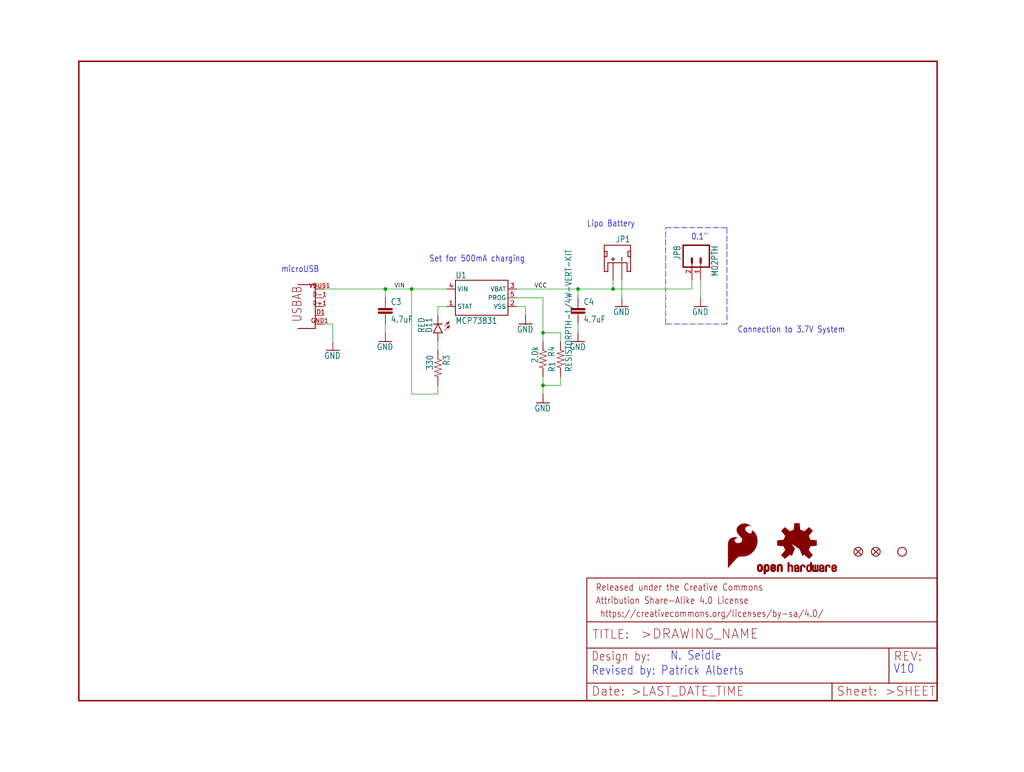
<source format=kicad_sch>
(kicad_sch (version 20211123) (generator eeschema)
  (paper "User" 297.002 223.926)
  (lib_symbols
    (symbol "schematicEagle-eagle-import:2.0KOHM1{slash}10W5%(0603)"
      (property "Reference" "R" (at -3.81 1.4986 0))
      (property "Value" "2.0KOHM1{slash}10W5%(0603)" (at -3.81 -3.302 0))
      (symbol "2.0KOHM1{slash}10W5%(0603)_1_0"
        (pin passive line (at -5.08 0 0) (length 2.54) (name "1") (number "1"))
        (pin passive line (at 5.08 0 180) (length 2.54) (name "2") (number "2"))
      )
    )
    (symbol "schematicEagle-eagle-import:330OHM1{slash}10W1%(0603)"
      (property "Reference" "R" (at -3.81 1.4986 0))
      (property "Value" "330OHM1{slash}10W1%(0603)" (at -3.81 -3.302 0))
      (symbol "330OHM1{slash}10W1%(0603)_1_0"
        (pin passive line (at -5.08 0 0) (length 2.54) (name "1") (number "1"))
        (pin passive line (at 5.08 0 180) (length 2.54) (name "2") (number "2"))
      )
    )
    (symbol "schematicEagle-eagle-import:4.7UF-6.3V-10%(0603)0603"
      (property "Reference" "C" (at 1.524 2.921 0))
      (property "Value" "4.7UF-6.3V-10%(0603)0603" (at 1.524 -2.159 0))
      (symbol "4.7UF-6.3V-10%(0603)0603_1_0"
        (pin passive line (at 0 5.08 270) (length 2.54) (name "1") (number "1"))
        (pin passive line (at 0 -2.54 90) (length 2.54) (name "2") (number "2"))
      )
    )
    (symbol "schematicEagle-eagle-import:FIDUCIAL1X2")
    (symbol "schematicEagle-eagle-import:FRAME-LETTER"
      (symbol "FRAME-LETTER_2_0"
        (text " https://creativecommons.org/licenses/by-sa/4.0/" (at 2.54 24.13 0) (effects (font (size 1.9304 1.6408)) (justify left bottom)))
        (text ">DRAWING_NAME" (at 15.494 17.78 0) (effects (font (size 2.7432 2.7432)) (justify left bottom)))
        (text ">LAST_DATE_TIME" (at 12.7 1.27 0) (effects (font (size 2.54 2.54)) (justify left bottom)))
        (text ">SHEET" (at 86.36 1.27 0) (effects (font (size 2.54 2.54)) (justify left bottom)))
        (text "Attribution Share-Alike 4.0 License" (at 2.54 27.94 0) (effects (font (size 1.9304 1.6408)) (justify left bottom)))
        (text "Date:" (at 1.27 1.27 0) (effects (font (size 2.54 2.54)) (justify left bottom)))
        (text "Design by:" (at 1.27 11.43 0) (effects (font (size 2.54 2.159)) (justify left bottom)))
        (text "Released under the Creative Commons" (at 2.54 31.75 0) (effects (font (size 1.9304 1.6408)) (justify left bottom)))
        (text "REV:" (at 88.9 11.43 0) (effects (font (size 2.54 2.54)) (justify left bottom)))
        (text "Sheet:" (at 72.39 1.27 0) (effects (font (size 2.54 2.54)) (justify left bottom)))
        (text "TITLE:" (at 1.524 17.78 0) (effects (font (size 2.54 2.54)) (justify left bottom)))
      )
    )
    (symbol "schematicEagle-eagle-import:GND" (power)
      (property "Value" "GND" (at -2.54 -2.54 0))
      (symbol "GND_1_0"
        (pin power_in line (at 0 2.54 270) (length 2.54) (name "GND") (number "1"))
      )
    )
    (symbol "schematicEagle-eagle-import:JST_2MM_MALE"
      (property "Reference" "J" (at -2.54 5.842 0))
      (symbol "JST_2MM_MALE_1_0"
        (pin bidirectional line (at 0 -5.08 90) (length 5.08) (name "-") (number "1"))
        (pin bidirectional line (at 2.54 -5.08 90) (length 5.08) (name "+") (number "2"))
        (pin bidirectional line (at -2.54 2.54 90) (length 0) (name "PAD1") (number "NC1"))
        (pin bidirectional line (at 5.08 2.54 90) (length 0) (name "PAD2") (number "NC2"))
      )
    )
    (symbol "schematicEagle-eagle-import:LED-RED0603"
      (property "Reference" "D" (at 3.556 -4.572 90))
      (property "Value" "LED-RED0603" (at 5.715 -4.572 90))
      (symbol "LED-RED0603_1_0"
        (pin passive line (at 0 2.54 270) (length 2.54) (name "A") (number "A"))
        (pin passive line (at 0 -5.08 90) (length 2.54) (name "C") (number "C"))
      )
    )
    (symbol "schematicEagle-eagle-import:M02PTH"
      (property "Reference" "JP" (at -2.54 5.842 0))
      (property "Value" "M02PTH" (at -2.54 -5.08 0))
      (symbol "M02PTH_1_0"
        (pin passive line (at 7.62 0 180) (length 5.08) (name "1") (number "1"))
        (pin passive line (at 7.62 2.54 180) (length 5.08) (name "2") (number "2"))
      )
    )
    (symbol "schematicEagle-eagle-import:MCP73831"
      (property "Reference" "U" (at -7.62 5.588 0))
      (property "Value" "MCP73831" (at -7.62 -7.62 0))
      (symbol "MCP73831_1_0"
        (pin output line (at -10.16 -2.54 0) (length 2.54) (name "STAT") (number "1"))
        (pin power_in line (at 10.16 -2.54 180) (length 2.54) (name "VSS") (number "2"))
        (pin power_in line (at 10.16 2.54 180) (length 2.54) (name "VBAT") (number "3"))
        (pin power_in line (at -10.16 2.54 0) (length 2.54) (name "VIN") (number "4"))
        (pin input line (at 10.16 0 180) (length 2.54) (name "PROG") (number "5"))
      )
    )
    (symbol "schematicEagle-eagle-import:OSHW-LOGOS")
    (symbol "schematicEagle-eagle-import:RESISTORPTH-1{slash}4W-VERT-KIT"
      (property "Reference" "R" (at -3.81 1.4986 0))
      (property "Value" "RESISTORPTH-1{slash}4W-VERT-KIT" (at -3.81 -3.302 0))
      (symbol "RESISTORPTH-1{slash}4W-VERT-KIT_1_0"
        (pin passive line (at -5.08 0 0) (length 2.54) (name "1") (number "P$1"))
        (pin passive line (at 5.08 0 180) (length 2.54) (name "2") (number "P$2"))
      )
    )
    (symbol "schematicEagle-eagle-import:SFE_LOGO_FLAME.1_INCH")
    (symbol "schematicEagle-eagle-import:STAND-OFF")
    (symbol "schematicEagle-eagle-import:USB-ABCONN-11794"
      (symbol "USB-ABCONN-11794_1_0"
        (text "USBAB" (at 1.27 -6.096 900) (effects (font (size 2.54 2.159)) (justify left bottom)))
        (pin bidirectional line (at -5.08 0 0) (length 2.54) (name "D+") (number "D+1"))
        (pin bidirectional line (at -5.08 -2.54 0) (length 2.54) (name "D-") (number "D-1"))
        (pin bidirectional line (at -5.08 5.08 0) (length 2.54) (name "GND") (number "GND1"))
        (pin bidirectional line (at -5.08 2.54 0) (length 2.54) (name "USBID") (number "ID1"))
        (pin bidirectional line (at -5.08 -5.08 0) (length 2.54) (name "VBUS") (number "VBUS1"))
      )
    )
  )
  (junction (at 119.38 83.82))
  (junction (at 157.48 96.52))
  (junction (at 167.64 83.82))
  (junction (at 177.8 83.82))
  (junction (at 157.48 111.76))
  (junction (at 111.76 83.82))
  (wire (pts (xy 157.48 114.3) (xy 157.48 111.76)))
  (wire (pts (xy 149.86 83.82) (xy 167.64 83.82)))
  (wire (pts (xy 203.2 81.28) (xy 203.2 86.36)))
  (wire (pts (xy 157.48 86.36) (xy 157.48 96.52)))
  (wire (pts (xy 127 101.6) (xy 127 99.06)))
  (wire (pts (xy 167.64 86.36) (xy 167.64 83.82)))
  (wire (pts (xy 93.98 83.82) (xy 111.76 83.82)))
  (wire (pts (xy 127 114.3) (xy 119.38 114.3)))
  (wire (pts (xy 167.64 83.82) (xy 177.8 83.82)))
  (wire (pts (xy 119.38 114.3) (xy 119.38 83.82)))
  (wire (pts (xy 111.76 96.52) (xy 111.76 93.98)))
  (wire (pts (xy 152.4 88.9) (xy 152.4 91.44)))
  (wire (pts (xy 127 88.9) (xy 127 91.44)))
  (wire (pts (xy 149.86 86.36) (xy 157.48 86.36)))
  (polyline (pts (xy 193.04 66.04) (xy 210.82 66.04)))
  (wire (pts (xy 162.56 96.52) (xy 157.48 96.52)))
  (wire (pts (xy 177.8 83.82) (xy 200.66 83.82)))
  (wire (pts (xy 111.76 83.82) (xy 119.38 83.82)))
  (wire (pts (xy 177.8 81.28) (xy 177.8 83.82)))
  (wire (pts (xy 111.76 86.36) (xy 111.76 83.82)))
  (wire (pts (xy 96.52 93.98) (xy 93.98 93.98)))
  (wire (pts (xy 180.34 81.28) (xy 180.34 86.36)))
  (wire (pts (xy 96.52 99.06) (xy 96.52 93.98)))
  (wire (pts (xy 167.64 96.52) (xy 167.64 93.98)))
  (polyline (pts (xy 210.82 93.98) (xy 193.04 93.98)))
  (wire (pts (xy 162.56 109.22) (xy 162.56 111.76)))
  (wire (pts (xy 129.54 88.9) (xy 127 88.9)))
  (wire (pts (xy 162.56 99.06) (xy 162.56 96.52)))
  (wire (pts (xy 127 111.76) (xy 127 114.3)))
  (wire (pts (xy 157.48 96.52) (xy 157.48 99.06)))
  (polyline (pts (xy 210.82 66.04) (xy 210.82 93.98)))
  (wire (pts (xy 149.86 88.9) (xy 152.4 88.9)))
  (wire (pts (xy 162.56 111.76) (xy 157.48 111.76)))
  (wire (pts (xy 157.48 111.76) (xy 157.48 109.22)))
  (wire (pts (xy 200.66 81.28) (xy 200.66 83.82)))
  (wire (pts (xy 119.38 83.82) (xy 129.54 83.82)))
  (polyline (pts (xy 193.04 93.98) (xy 193.04 66.04)))
  (text "V10" (at 259.08 195.58 180) (effects (font (size 2.54 2.159)) (justify left bottom)))
  (text "Revised by: Patrick Alberts" (at 171.45 196.088 180) (effects (font (size 2.54 2.159)) (justify left bottom)))
  (text "0.1\"" (at 200.406 69.85 180) (effects (font (size 1.778 1.5113)) (justify left bottom)))
  (text "N. Seidle" (at 194.31 191.77 180) (effects (font (size 2.54 2.159)) (justify left bottom)))
  (text "Connection to 3.7V System" (at 213.868 96.774 180) (effects (font (size 1.778 1.5113)) (justify left bottom)))
  (text "Set for 500mA charging" (at 124.46 76.2 180) (effects (font (size 1.778 1.5113)) (justify left bottom)))
  (text "microUSB" (at 81.534 79.248 180) (effects (font (size 1.778 1.5113)) (justify left bottom)))
  (text "Lipo Battery" (at 170.18 66.04 180) (effects (font (size 1.778 1.5113)) (justify left bottom)))
  (label "VCC" (at 154.94 83.82 0) (effects (font (size 1.2446 1.2446))))
  (label "VIN" (at 114.3 83.82 0) (effects (font (size 1.2446 1.2446))))
  (symbol (lib_id "schematicEagle-eagle-import:FRAME-LETTER") (at 170.18 203.2 0) (unit 2)
    (property "Reference" "FRAME1" (effects hide))
    (property "Value" "FRAME-LETTER" (effects hide))
    (property "Footprint" "schematicEagle:CREATIVE_COMMONS" (effects hide))
  )
  (symbol (lib_id "schematicEagle-eagle-import:JST_2MM_MALE") (at 180.34 76.2 0) (mirror y) (unit 1)
    (property "Reference" "JP1" (at 182.88 70.358 0) (effects (font (size 1.778 1.5113)) (justify left bottom)))
    (property "Value" "JST" (effects hide))
    (property "Footprint" "schematicEagle:JST-2-SMD" (effects hide))
  )
  (symbol (lib_id "schematicEagle-eagle-import:RESISTORPTH-1{slash}4W-VERT-KIT") (at 162.56 104.14 90) (unit 1)
    (property "Reference" "R1" (at 161.0614 107.95 0) (effects (font (size 1.778 1.5113)) (justify left bottom)))
    (property "Value" "RESISTORPTH-1{slash}4W-VERT-KIT" (at 165.862 107.95 0) (effects (font (size 1.778 1.5113)) (justify left bottom)))
    (property "Footprint" "schematicEagle:AXIAL-0.1EZ" (effects hide))
  )
  (symbol (lib_id "schematicEagle-eagle-import:LED-RED0603") (at 127 96.52 180) (unit 1)
    (property "Reference" "D11" (at 123.444 91.948 90) (effects (font (size 1.778 1.5113)) (justify left bottom)))
    (property "Value" "RED" (at 121.285 91.948 90) (effects (font (size 1.778 1.5113)) (justify left bottom)))
    (property "Footprint" "schematicEagle:LED-0603" (effects hide))
  )
  (symbol (lib_id "schematicEagle-eagle-import:SFE_LOGO_FLAME.1_INCH") (at 210.82 165.1 0) (unit 1)
    (property "Reference" "LOGO2" (effects hide))
    (property "Value" "SFE_LOGO_FLAME.1_INCH" (effects hide))
    (property "Footprint" "schematicEagle:SFE_LOGO_FLAME_.1" (effects hide))
  )
  (symbol (lib_id "schematicEagle-eagle-import:2.0KOHM1{slash}10W5%(0603)") (at 157.48 104.14 270) (unit 1)
    (property "Reference" "R4" (at 158.9786 100.33 0) (effects (font (size 1.778 1.5113)) (justify left bottom)))
    (property "Value" "2.0k" (at 154.178 100.33 0) (effects (font (size 1.778 1.5113)) (justify left bottom)))
    (property "Footprint" "schematicEagle:0603-RES" (effects hide))
  )
  (symbol (lib_id "schematicEagle-eagle-import:GND") (at 180.34 88.9 0) (unit 1)
    (property "Reference" "#GND1" (effects hide))
    (property "Value" "GND" (at 177.8 91.44 0) (effects (font (size 1.778 1.5113)) (justify left bottom)))
    (property "Footprint" "schematicEagle:" (effects hide))
  )
  (symbol (lib_id "schematicEagle-eagle-import:STAND-OFF") (at 261.62 160.02 0) (unit 1)
    (property "Reference" "JP2" (effects hide))
    (property "Value" "STAND-OFF" (effects hide))
    (property "Footprint" "schematicEagle:STAND-OFF" (effects hide))
  )
  (symbol (lib_id "schematicEagle-eagle-import:GND") (at 167.64 99.06 0) (unit 1)
    (property "Reference" "#GND14" (effects hide))
    (property "Value" "GND" (at 165.1 101.6 0) (effects (font (size 1.778 1.5113)) (justify left bottom)))
    (property "Footprint" "schematicEagle:" (effects hide))
  )
  (symbol (lib_id "schematicEagle-eagle-import:FRAME-LETTER") (at 22.86 203.2 0) (unit 1)
    (property "Reference" "FRAME1" (effects hide))
    (property "Value" "FRAME-LETTER" (effects hide))
    (property "Footprint" "schematicEagle:CREATIVE_COMMONS" (effects hide))
  )
  (symbol (lib_id "schematicEagle-eagle-import:GND") (at 203.2 88.9 0) (unit 1)
    (property "Reference" "#GND2" (effects hide))
    (property "Value" "GND" (at 200.66 91.44 0) (effects (font (size 1.778 1.5113)) (justify left bottom)))
    (property "Footprint" "schematicEagle:" (effects hide))
  )
  (symbol (lib_id "schematicEagle-eagle-import:330OHM1{slash}10W1%(0603)") (at 127 106.68 270) (unit 1)
    (property "Reference" "R3" (at 128.4986 102.87 0) (effects (font (size 1.778 1.5113)) (justify left bottom)))
    (property "Value" "330" (at 123.698 102.87 0) (effects (font (size 1.778 1.5113)) (justify left bottom)))
    (property "Footprint" "schematicEagle:0603-RES" (effects hide))
  )
  (symbol (lib_id "schematicEagle-eagle-import:USB-ABCONN-11794") (at 88.9 88.9 180) (unit 1)
    (property "Reference" "JP9" (effects hide))
    (property "Value" "Micro USB" (effects hide))
    (property "Footprint" "schematicEagle:USB-AB-MICRO-SMD_V03" (effects hide))
  )
  (symbol (lib_id "schematicEagle-eagle-import:OSHW-LOGOS") (at 231.14 157.48 0) (unit 1)
    (property "Reference" "LOGO1" (effects hide))
    (property "Value" "OSHW-LOGOS" (effects hide))
    (property "Footprint" "schematicEagle:OSHW-LOGO-S" (effects hide))
  )
  (symbol (lib_id "schematicEagle-eagle-import:4.7UF-6.3V-10%(0603)0603") (at 167.64 91.44 0) (unit 1)
    (property "Reference" "C4" (at 169.164 88.519 0) (effects (font (size 1.778 1.5113)) (justify left bottom)))
    (property "Value" "4.7uF" (at 169.164 93.599 0) (effects (font (size 1.778 1.5113)) (justify left bottom)))
    (property "Footprint" "schematicEagle:0603-CAP" (effects hide))
  )
  (symbol (lib_id "schematicEagle-eagle-import:GND") (at 96.52 101.6 0) (unit 1)
    (property "Reference" "#GND15" (effects hide))
    (property "Value" "GND" (at 93.98 104.14 0) (effects (font (size 1.778 1.5113)) (justify left bottom)))
    (property "Footprint" "schematicEagle:" (effects hide))
  )
  (symbol (lib_id "schematicEagle-eagle-import:GND") (at 152.4 93.98 0) (unit 1)
    (property "Reference" "#GND18" (effects hide))
    (property "Value" "GND" (at 149.86 96.52 0) (effects (font (size 1.778 1.5113)) (justify left bottom)))
    (property "Footprint" "schematicEagle:" (effects hide))
  )
  (symbol (lib_id "schematicEagle-eagle-import:GND") (at 111.76 99.06 0) (unit 1)
    (property "Reference" "#GND17" (effects hide))
    (property "Value" "GND" (at 109.22 101.6 0) (effects (font (size 1.778 1.5113)) (justify left bottom)))
    (property "Footprint" "schematicEagle:" (effects hide))
  )
  (symbol (lib_id "schematicEagle-eagle-import:4.7UF-6.3V-10%(0603)0603") (at 111.76 91.44 0) (unit 1)
    (property "Reference" "C3" (at 113.284 88.519 0) (effects (font (size 1.778 1.5113)) (justify left bottom)))
    (property "Value" "4.7uF" (at 113.284 93.599 0) (effects (font (size 1.778 1.5113)) (justify left bottom)))
    (property "Footprint" "schematicEagle:0603-CAP" (effects hide))
  )
  (symbol (lib_id "schematicEagle-eagle-import:MCP73831") (at 139.7 86.36 0) (unit 1)
    (property "Reference" "U1" (at 132.08 80.772 0) (effects (font (size 1.778 1.5113)) (justify left bottom)))
    (property "Value" "MCP73831" (at 132.08 93.98 0) (effects (font (size 1.778 1.5113)) (justify left bottom)))
    (property "Footprint" "schematicEagle:SOT23-5" (effects hide))
  )
  (symbol (lib_id "schematicEagle-eagle-import:M02PTH") (at 203.2 73.66 90) (mirror x) (unit 1)
    (property "Reference" "JP8" (at 197.358 71.12 0) (effects (font (size 1.778 1.5113)) (justify left bottom)))
    (property "Value" "M02PTH" (at 208.28 71.12 0) (effects (font (size 1.778 1.5113)) (justify left bottom)))
    (property "Footprint" "schematicEagle:1X02" (effects hide))
  )
  (symbol (lib_id "schematicEagle-eagle-import:GND") (at 157.48 116.84 0) (unit 1)
    (property "Reference" "#GND19" (effects hide))
    (property "Value" "GND" (at 154.94 119.38 0) (effects (font (size 1.778 1.5113)) (justify left bottom)))
    (property "Footprint" "schematicEagle:" (effects hide))
  )
  (symbol (lib_id "schematicEagle-eagle-import:FIDUCIAL1X2") (at 248.92 160.02 0) (unit 1)
    (property "Reference" "JP4" (effects hide))
    (property "Value" "FIDUCIAL1X2" (effects hide))
    (property "Footprint" "schematicEagle:FIDUCIAL-1X2" (effects hide))
  )
  (symbol (lib_id "schematicEagle-eagle-import:FIDUCIAL1X2") (at 254 160.02 0) (unit 1)
    (property "Reference" "JP3" (effects hide))
    (property "Value" "FIDUCIAL1X2" (effects hide))
    (property "Footprint" "schematicEagle:FIDUCIAL-1X2" (effects hide))
  )
)
</source>
